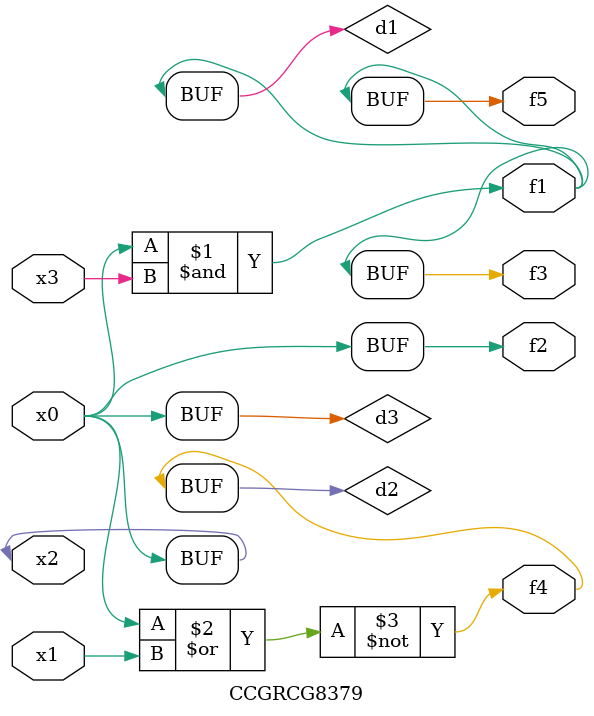
<source format=v>
module CCGRCG8379(
	input x0, x1, x2, x3,
	output f1, f2, f3, f4, f5
);

	wire d1, d2, d3;

	and (d1, x2, x3);
	nor (d2, x0, x1);
	buf (d3, x0, x2);
	assign f1 = d1;
	assign f2 = d3;
	assign f3 = d1;
	assign f4 = d2;
	assign f5 = d1;
endmodule

</source>
